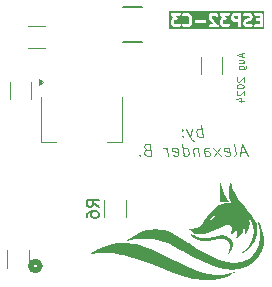
<source format=gbr>
%TF.GenerationSoftware,KiCad,Pcbnew,8.0.4*%
%TF.CreationDate,2024-07-30T16:46:50-04:00*%
%TF.ProjectId,esp32-c3-wroom-socket,65737033-322d-4633-932d-77726f6f6d2d,rev?*%
%TF.SameCoordinates,Original*%
%TF.FileFunction,Legend,Bot*%
%TF.FilePolarity,Positive*%
%FSLAX46Y46*%
G04 Gerber Fmt 4.6, Leading zero omitted, Abs format (unit mm)*
G04 Created by KiCad (PCBNEW 8.0.4) date 2024-07-30 16:46:50*
%MOMM*%
%LPD*%
G01*
G04 APERTURE LIST*
%ADD10C,0.100000*%
%ADD11C,0.250000*%
%ADD12C,0.150000*%
%ADD13C,0.000000*%
%ADD14C,0.120000*%
%ADD15C,0.152400*%
%ADD16C,0.508000*%
G04 APERTURE END LIST*
D10*
X165949942Y-61780074D02*
X165949942Y-62065789D01*
X166121371Y-61722931D02*
X165521371Y-61922931D01*
X165521371Y-61922931D02*
X166121371Y-62122931D01*
X165721371Y-62580075D02*
X166121371Y-62580075D01*
X165721371Y-62322932D02*
X166035657Y-62322932D01*
X166035657Y-62322932D02*
X166092800Y-62351503D01*
X166092800Y-62351503D02*
X166121371Y-62408646D01*
X166121371Y-62408646D02*
X166121371Y-62494360D01*
X166121371Y-62494360D02*
X166092800Y-62551503D01*
X166092800Y-62551503D02*
X166064228Y-62580075D01*
X165721371Y-63122932D02*
X166207085Y-63122932D01*
X166207085Y-63122932D02*
X166264228Y-63094360D01*
X166264228Y-63094360D02*
X166292800Y-63065789D01*
X166292800Y-63065789D02*
X166321371Y-63008646D01*
X166321371Y-63008646D02*
X166321371Y-62922932D01*
X166321371Y-62922932D02*
X166292800Y-62865789D01*
X166092800Y-63122932D02*
X166121371Y-63065789D01*
X166121371Y-63065789D02*
X166121371Y-62951503D01*
X166121371Y-62951503D02*
X166092800Y-62894360D01*
X166092800Y-62894360D02*
X166064228Y-62865789D01*
X166064228Y-62865789D02*
X166007085Y-62837217D01*
X166007085Y-62837217D02*
X165835657Y-62837217D01*
X165835657Y-62837217D02*
X165778514Y-62865789D01*
X165778514Y-62865789D02*
X165749942Y-62894360D01*
X165749942Y-62894360D02*
X165721371Y-62951503D01*
X165721371Y-62951503D02*
X165721371Y-63065789D01*
X165721371Y-63065789D02*
X165749942Y-63122932D01*
X165578514Y-63837217D02*
X165549942Y-63865789D01*
X165549942Y-63865789D02*
X165521371Y-63922932D01*
X165521371Y-63922932D02*
X165521371Y-64065789D01*
X165521371Y-64065789D02*
X165549942Y-64122932D01*
X165549942Y-64122932D02*
X165578514Y-64151503D01*
X165578514Y-64151503D02*
X165635657Y-64180074D01*
X165635657Y-64180074D02*
X165692800Y-64180074D01*
X165692800Y-64180074D02*
X165778514Y-64151503D01*
X165778514Y-64151503D02*
X166121371Y-63808646D01*
X166121371Y-63808646D02*
X166121371Y-64180074D01*
X165521371Y-64551503D02*
X165521371Y-64608646D01*
X165521371Y-64608646D02*
X165549942Y-64665789D01*
X165549942Y-64665789D02*
X165578514Y-64694361D01*
X165578514Y-64694361D02*
X165635657Y-64722932D01*
X165635657Y-64722932D02*
X165749942Y-64751503D01*
X165749942Y-64751503D02*
X165892800Y-64751503D01*
X165892800Y-64751503D02*
X166007085Y-64722932D01*
X166007085Y-64722932D02*
X166064228Y-64694361D01*
X166064228Y-64694361D02*
X166092800Y-64665789D01*
X166092800Y-64665789D02*
X166121371Y-64608646D01*
X166121371Y-64608646D02*
X166121371Y-64551503D01*
X166121371Y-64551503D02*
X166092800Y-64494361D01*
X166092800Y-64494361D02*
X166064228Y-64465789D01*
X166064228Y-64465789D02*
X166007085Y-64437218D01*
X166007085Y-64437218D02*
X165892800Y-64408646D01*
X165892800Y-64408646D02*
X165749942Y-64408646D01*
X165749942Y-64408646D02*
X165635657Y-64437218D01*
X165635657Y-64437218D02*
X165578514Y-64465789D01*
X165578514Y-64465789D02*
X165549942Y-64494361D01*
X165549942Y-64494361D02*
X165521371Y-64551503D01*
X165578514Y-64980075D02*
X165549942Y-65008647D01*
X165549942Y-65008647D02*
X165521371Y-65065790D01*
X165521371Y-65065790D02*
X165521371Y-65208647D01*
X165521371Y-65208647D02*
X165549942Y-65265790D01*
X165549942Y-65265790D02*
X165578514Y-65294361D01*
X165578514Y-65294361D02*
X165635657Y-65322932D01*
X165635657Y-65322932D02*
X165692800Y-65322932D01*
X165692800Y-65322932D02*
X165778514Y-65294361D01*
X165778514Y-65294361D02*
X166121371Y-64951504D01*
X166121371Y-64951504D02*
X166121371Y-65322932D01*
X165721371Y-65837219D02*
X166121371Y-65837219D01*
X165492800Y-65694361D02*
X165921371Y-65551504D01*
X165921371Y-65551504D02*
X165921371Y-65922933D01*
X162639285Y-68852447D02*
X162514285Y-67852447D01*
X162561904Y-68233399D02*
X162460713Y-68185780D01*
X162460713Y-68185780D02*
X162270237Y-68185780D01*
X162270237Y-68185780D02*
X162180951Y-68233399D01*
X162180951Y-68233399D02*
X162139285Y-68281018D01*
X162139285Y-68281018D02*
X162103570Y-68376256D01*
X162103570Y-68376256D02*
X162139285Y-68661970D01*
X162139285Y-68661970D02*
X162198808Y-68757208D01*
X162198808Y-68757208D02*
X162252380Y-68804828D01*
X162252380Y-68804828D02*
X162353570Y-68852447D01*
X162353570Y-68852447D02*
X162544047Y-68852447D01*
X162544047Y-68852447D02*
X162633332Y-68804828D01*
X161746427Y-68185780D02*
X161591666Y-68852447D01*
X161270237Y-68185780D02*
X161591666Y-68852447D01*
X161591666Y-68852447D02*
X161716666Y-69090542D01*
X161716666Y-69090542D02*
X161770237Y-69138161D01*
X161770237Y-69138161D02*
X161871427Y-69185780D01*
X160960713Y-68757208D02*
X160919046Y-68804828D01*
X160919046Y-68804828D02*
X160972618Y-68852447D01*
X160972618Y-68852447D02*
X161014284Y-68804828D01*
X161014284Y-68804828D02*
X160960713Y-68757208D01*
X160960713Y-68757208D02*
X160972618Y-68852447D01*
X160895237Y-68233399D02*
X160853570Y-68281018D01*
X160853570Y-68281018D02*
X160907141Y-68328637D01*
X160907141Y-68328637D02*
X160948808Y-68281018D01*
X160948808Y-68281018D02*
X160895237Y-68233399D01*
X160895237Y-68233399D02*
X160907141Y-68328637D01*
X166317857Y-70176676D02*
X165841667Y-70176676D01*
X166448810Y-70462391D02*
X165990476Y-69462391D01*
X165990476Y-69462391D02*
X165782143Y-70462391D01*
X165305953Y-70462391D02*
X165395238Y-70414772D01*
X165395238Y-70414772D02*
X165430953Y-70319533D01*
X165430953Y-70319533D02*
X165323810Y-69462391D01*
X164538095Y-70414772D02*
X164639285Y-70462391D01*
X164639285Y-70462391D02*
X164829762Y-70462391D01*
X164829762Y-70462391D02*
X164919047Y-70414772D01*
X164919047Y-70414772D02*
X164954762Y-70319533D01*
X164954762Y-70319533D02*
X164907143Y-69938581D01*
X164907143Y-69938581D02*
X164847619Y-69843343D01*
X164847619Y-69843343D02*
X164746428Y-69795724D01*
X164746428Y-69795724D02*
X164555952Y-69795724D01*
X164555952Y-69795724D02*
X164466666Y-69843343D01*
X164466666Y-69843343D02*
X164430952Y-69938581D01*
X164430952Y-69938581D02*
X164442857Y-70033819D01*
X164442857Y-70033819D02*
X164930952Y-70129057D01*
X164163095Y-70462391D02*
X163555952Y-69795724D01*
X164079761Y-69795724D02*
X163639285Y-70462391D01*
X162829761Y-70462391D02*
X162764285Y-69938581D01*
X162764285Y-69938581D02*
X162799999Y-69843343D01*
X162799999Y-69843343D02*
X162889285Y-69795724D01*
X162889285Y-69795724D02*
X163079761Y-69795724D01*
X163079761Y-69795724D02*
X163180952Y-69843343D01*
X162823809Y-70414772D02*
X162924999Y-70462391D01*
X162924999Y-70462391D02*
X163163095Y-70462391D01*
X163163095Y-70462391D02*
X163252380Y-70414772D01*
X163252380Y-70414772D02*
X163288095Y-70319533D01*
X163288095Y-70319533D02*
X163276190Y-70224295D01*
X163276190Y-70224295D02*
X163216666Y-70129057D01*
X163216666Y-70129057D02*
X163115476Y-70081438D01*
X163115476Y-70081438D02*
X162877380Y-70081438D01*
X162877380Y-70081438D02*
X162776190Y-70033819D01*
X162270237Y-69795724D02*
X162353571Y-70462391D01*
X162282142Y-69890962D02*
X162228571Y-69843343D01*
X162228571Y-69843343D02*
X162127380Y-69795724D01*
X162127380Y-69795724D02*
X161984523Y-69795724D01*
X161984523Y-69795724D02*
X161895237Y-69843343D01*
X161895237Y-69843343D02*
X161859523Y-69938581D01*
X161859523Y-69938581D02*
X161924999Y-70462391D01*
X161020237Y-70462391D02*
X160895237Y-69462391D01*
X161014285Y-70414772D02*
X161115475Y-70462391D01*
X161115475Y-70462391D02*
X161305952Y-70462391D01*
X161305952Y-70462391D02*
X161395237Y-70414772D01*
X161395237Y-70414772D02*
X161436904Y-70367152D01*
X161436904Y-70367152D02*
X161472618Y-70271914D01*
X161472618Y-70271914D02*
X161436904Y-69986200D01*
X161436904Y-69986200D02*
X161377380Y-69890962D01*
X161377380Y-69890962D02*
X161323809Y-69843343D01*
X161323809Y-69843343D02*
X161222618Y-69795724D01*
X161222618Y-69795724D02*
X161032142Y-69795724D01*
X161032142Y-69795724D02*
X160942856Y-69843343D01*
X160157142Y-70414772D02*
X160258332Y-70462391D01*
X160258332Y-70462391D02*
X160448809Y-70462391D01*
X160448809Y-70462391D02*
X160538094Y-70414772D01*
X160538094Y-70414772D02*
X160573809Y-70319533D01*
X160573809Y-70319533D02*
X160526190Y-69938581D01*
X160526190Y-69938581D02*
X160466666Y-69843343D01*
X160466666Y-69843343D02*
X160365475Y-69795724D01*
X160365475Y-69795724D02*
X160174999Y-69795724D01*
X160174999Y-69795724D02*
X160085713Y-69843343D01*
X160085713Y-69843343D02*
X160049999Y-69938581D01*
X160049999Y-69938581D02*
X160061904Y-70033819D01*
X160061904Y-70033819D02*
X160549999Y-70129057D01*
X159686904Y-70462391D02*
X159603570Y-69795724D01*
X159627380Y-69986200D02*
X159567856Y-69890962D01*
X159567856Y-69890962D02*
X159514285Y-69843343D01*
X159514285Y-69843343D02*
X159413094Y-69795724D01*
X159413094Y-69795724D02*
X159317856Y-69795724D01*
X157907141Y-69938581D02*
X157770236Y-69986200D01*
X157770236Y-69986200D02*
X157728570Y-70033819D01*
X157728570Y-70033819D02*
X157692855Y-70129057D01*
X157692855Y-70129057D02*
X157710713Y-70271914D01*
X157710713Y-70271914D02*
X157770236Y-70367152D01*
X157770236Y-70367152D02*
X157823808Y-70414772D01*
X157823808Y-70414772D02*
X157924998Y-70462391D01*
X157924998Y-70462391D02*
X158305951Y-70462391D01*
X158305951Y-70462391D02*
X158180951Y-69462391D01*
X158180951Y-69462391D02*
X157847617Y-69462391D01*
X157847617Y-69462391D02*
X157758332Y-69510010D01*
X157758332Y-69510010D02*
X157716665Y-69557629D01*
X157716665Y-69557629D02*
X157680951Y-69652867D01*
X157680951Y-69652867D02*
X157692855Y-69748105D01*
X157692855Y-69748105D02*
X157752379Y-69843343D01*
X157752379Y-69843343D02*
X157805951Y-69890962D01*
X157805951Y-69890962D02*
X157907141Y-69938581D01*
X157907141Y-69938581D02*
X158240474Y-69938581D01*
X157294046Y-70367152D02*
X157252379Y-70414772D01*
X157252379Y-70414772D02*
X157305951Y-70462391D01*
X157305951Y-70462391D02*
X157347617Y-70414772D01*
X157347617Y-70414772D02*
X157294046Y-70367152D01*
X157294046Y-70367152D02*
X157305951Y-70462391D01*
D11*
G36*
X165615288Y-58863428D02*
G01*
X165388845Y-58863428D01*
X165338143Y-58838077D01*
X165319210Y-58819145D01*
X165293860Y-58768444D01*
X165293860Y-58684603D01*
X165319210Y-58633901D01*
X165338143Y-58614969D01*
X165388845Y-58589619D01*
X165615288Y-58589619D01*
X165615288Y-58863428D01*
G37*
G36*
X167847431Y-59714619D02*
G01*
X159823622Y-59714619D01*
X159823622Y-59036047D01*
X159948622Y-59036047D01*
X159948622Y-59274142D01*
X159951024Y-59298528D01*
X159952742Y-59302676D01*
X159953061Y-59307158D01*
X159961819Y-59330044D01*
X160009437Y-59425281D01*
X160016044Y-59435777D01*
X160017307Y-59438825D01*
X160020124Y-59442258D01*
X160022492Y-59446019D01*
X160024986Y-59448182D01*
X160032852Y-59457767D01*
X160080471Y-59505387D01*
X160090059Y-59513256D01*
X160092221Y-59515749D01*
X160095975Y-59518112D01*
X160099412Y-59520933D01*
X160102465Y-59522197D01*
X160112958Y-59528803D01*
X160208196Y-59576422D01*
X160231082Y-59585180D01*
X160235562Y-59585498D01*
X160239712Y-59587217D01*
X160264098Y-59589619D01*
X160549812Y-59589619D01*
X160574198Y-59587217D01*
X160578346Y-59585498D01*
X160582828Y-59585180D01*
X160605714Y-59576422D01*
X160700951Y-59528804D01*
X160711447Y-59522196D01*
X160714497Y-59520933D01*
X160717930Y-59518114D01*
X160721689Y-59515749D01*
X160723851Y-59513255D01*
X160733439Y-59505387D01*
X160781058Y-59457768D01*
X160796603Y-59438825D01*
X160815267Y-59393766D01*
X160815267Y-59344992D01*
X160796602Y-59299933D01*
X160762114Y-59265446D01*
X160717054Y-59246782D01*
X160668281Y-59246782D01*
X160623221Y-59265447D01*
X160604280Y-59280993D01*
X160571005Y-59314268D01*
X160520304Y-59339619D01*
X160293607Y-59339619D01*
X160242905Y-59314268D01*
X160223973Y-59295336D01*
X160198622Y-59244634D01*
X160198622Y-59065555D01*
X160223972Y-59014853D01*
X160242905Y-58995921D01*
X160293607Y-58970571D01*
X160406955Y-58970571D01*
X160419848Y-58969301D01*
X160423133Y-58969520D01*
X160425396Y-58968754D01*
X160431341Y-58968169D01*
X160450095Y-58960400D01*
X160469334Y-58953894D01*
X160472506Y-58951118D01*
X160476401Y-58949505D01*
X160490758Y-58935147D01*
X160506039Y-58921777D01*
X160507907Y-58917998D01*
X160510889Y-58915017D01*
X160518656Y-58896264D01*
X160527660Y-58878059D01*
X160527940Y-58873849D01*
X160529553Y-58869957D01*
X160529553Y-58849660D01*
X160530904Y-58829393D01*
X160529553Y-58825398D01*
X160529553Y-58821185D01*
X160521784Y-58802430D01*
X160515278Y-58783192D01*
X160511802Y-58778330D01*
X160510889Y-58776125D01*
X160508562Y-58773798D01*
X160501027Y-58763258D01*
X160349093Y-58589619D01*
X160692669Y-58589619D01*
X160717055Y-58587217D01*
X160762115Y-58568553D01*
X160795198Y-58535470D01*
X160903405Y-58535470D01*
X160903405Y-58584244D01*
X160922070Y-58629303D01*
X160956557Y-58663790D01*
X161001616Y-58682455D01*
X161050390Y-58682455D01*
X161095449Y-58663790D01*
X161114391Y-58648245D01*
X161141145Y-58621491D01*
X161236765Y-58589619D01*
X161291434Y-58589619D01*
X161387051Y-58621491D01*
X161447079Y-58681519D01*
X161479490Y-58746342D01*
X161520050Y-58908579D01*
X161520050Y-59020658D01*
X161479490Y-59182894D01*
X161447080Y-59247715D01*
X161387050Y-59307746D01*
X161291434Y-59339619D01*
X161236765Y-59339619D01*
X161141145Y-59307746D01*
X161114392Y-59280993D01*
X161095450Y-59265447D01*
X161050391Y-59246782D01*
X161001618Y-59246782D01*
X160956558Y-59265446D01*
X160922070Y-59299933D01*
X160903405Y-59344992D01*
X160903405Y-59393765D01*
X160922069Y-59438825D01*
X160937614Y-59457767D01*
X160985233Y-59505387D01*
X161004174Y-59520933D01*
X161008327Y-59522653D01*
X161011719Y-59525595D01*
X161034094Y-59535585D01*
X161176950Y-59583204D01*
X161189043Y-59585953D01*
X161192093Y-59587217D01*
X161196514Y-59587652D01*
X161200844Y-59588637D01*
X161204135Y-59588403D01*
X161216479Y-59589619D01*
X161311717Y-59589619D01*
X161324060Y-59588403D01*
X161327351Y-59588637D01*
X161331680Y-59587652D01*
X161336103Y-59587217D01*
X161339154Y-59585953D01*
X161351245Y-59583204D01*
X161494102Y-59535586D01*
X161516477Y-59525595D01*
X161519869Y-59522652D01*
X161524021Y-59520933D01*
X161542963Y-59505388D01*
X161638201Y-59410149D01*
X161646069Y-59400560D01*
X161648561Y-59398400D01*
X161650925Y-59394643D01*
X161653746Y-59391207D01*
X161655010Y-59388155D01*
X161661615Y-59377663D01*
X161709234Y-59282425D01*
X161709917Y-59280639D01*
X161710454Y-59279915D01*
X161714109Y-59269685D01*
X161717992Y-59259539D01*
X161718055Y-59258639D01*
X161718699Y-59256840D01*
X161766318Y-59066364D01*
X161766943Y-59062134D01*
X161767648Y-59060433D01*
X161767762Y-59059280D01*
X161951024Y-59059280D01*
X161951024Y-59108052D01*
X161969688Y-59153112D01*
X162004176Y-59187600D01*
X162049236Y-59206264D01*
X162073622Y-59208666D01*
X162835526Y-59208666D01*
X162859912Y-59206264D01*
X162904972Y-59187600D01*
X162939460Y-59153112D01*
X162958124Y-59108052D01*
X162958124Y-59059280D01*
X162939460Y-59014220D01*
X162904972Y-58979732D01*
X162859912Y-58961068D01*
X162835526Y-58958666D01*
X162073622Y-58958666D01*
X162049236Y-58961068D01*
X162004176Y-58979732D01*
X161969688Y-59014220D01*
X161951024Y-59059280D01*
X161767762Y-59059280D01*
X161768552Y-59051253D01*
X161769902Y-59042124D01*
X161769630Y-59040301D01*
X161770050Y-59036047D01*
X161770050Y-58893190D01*
X161769630Y-58888935D01*
X161769902Y-58887113D01*
X161768552Y-58877983D01*
X161767648Y-58868804D01*
X161766943Y-58867102D01*
X161766318Y-58862873D01*
X161718699Y-58672397D01*
X161718055Y-58670597D01*
X161717992Y-58669698D01*
X161714109Y-58659551D01*
X161712517Y-58655095D01*
X163139098Y-58655095D01*
X163139098Y-58750333D01*
X163140313Y-58762676D01*
X163140080Y-58765967D01*
X163141064Y-58770296D01*
X163141500Y-58774719D01*
X163142763Y-58777770D01*
X163145513Y-58789861D01*
X163193131Y-58932718D01*
X163203122Y-58955093D01*
X163206065Y-58958486D01*
X163207784Y-58962636D01*
X163223329Y-58981578D01*
X163581369Y-59339619D01*
X163264098Y-59339619D01*
X163239712Y-59342021D01*
X163194652Y-59360685D01*
X163160164Y-59395173D01*
X163141500Y-59440233D01*
X163141500Y-59489005D01*
X163160164Y-59534065D01*
X163194652Y-59568553D01*
X163239712Y-59587217D01*
X163264098Y-59589619D01*
X163883145Y-59589619D01*
X163907531Y-59587217D01*
X163907532Y-59587217D01*
X163920729Y-59581750D01*
X163952591Y-59568553D01*
X163987079Y-59534065D01*
X163998958Y-59505387D01*
X164005743Y-59489006D01*
X164005743Y-59440232D01*
X163999550Y-59425281D01*
X163987079Y-59395173D01*
X163987073Y-59395167D01*
X163971533Y-59376231D01*
X163631350Y-59036047D01*
X164091479Y-59036047D01*
X164091479Y-59274142D01*
X164093881Y-59298528D01*
X164095599Y-59302676D01*
X164095918Y-59307158D01*
X164104676Y-59330044D01*
X164152294Y-59425281D01*
X164158901Y-59435777D01*
X164160164Y-59438825D01*
X164162981Y-59442258D01*
X164165349Y-59446019D01*
X164167843Y-59448182D01*
X164175709Y-59457767D01*
X164223328Y-59505387D01*
X164232916Y-59513256D01*
X164235078Y-59515749D01*
X164238832Y-59518112D01*
X164242269Y-59520933D01*
X164245322Y-59522197D01*
X164255815Y-59528803D01*
X164351053Y-59576422D01*
X164373939Y-59585180D01*
X164378419Y-59585498D01*
X164382569Y-59587217D01*
X164406955Y-59589619D01*
X164692669Y-59589619D01*
X164717055Y-59587217D01*
X164721203Y-59585498D01*
X164725685Y-59585180D01*
X164748571Y-59576422D01*
X164843808Y-59528804D01*
X164854304Y-59522196D01*
X164857354Y-59520933D01*
X164860787Y-59518114D01*
X164864546Y-59515749D01*
X164866708Y-59513255D01*
X164876296Y-59505387D01*
X164923915Y-59457768D01*
X164939460Y-59438825D01*
X164958124Y-59393766D01*
X164958124Y-59344992D01*
X164939459Y-59299933D01*
X164904971Y-59265446D01*
X164859911Y-59246782D01*
X164811138Y-59246782D01*
X164766078Y-59265447D01*
X164747137Y-59280993D01*
X164713862Y-59314268D01*
X164663161Y-59339619D01*
X164436464Y-59339619D01*
X164385762Y-59314268D01*
X164366830Y-59295336D01*
X164341479Y-59244634D01*
X164341479Y-59065555D01*
X164366829Y-59014853D01*
X164385762Y-58995921D01*
X164436464Y-58970571D01*
X164549812Y-58970571D01*
X164562705Y-58969301D01*
X164565990Y-58969520D01*
X164568253Y-58968754D01*
X164574198Y-58968169D01*
X164592952Y-58960400D01*
X164612191Y-58953894D01*
X164615363Y-58951118D01*
X164619258Y-58949505D01*
X164633615Y-58935147D01*
X164648896Y-58921777D01*
X164650764Y-58917998D01*
X164653746Y-58915017D01*
X164661513Y-58896264D01*
X164670517Y-58878059D01*
X164670797Y-58873849D01*
X164672410Y-58869957D01*
X164672410Y-58849660D01*
X164673761Y-58829393D01*
X164672410Y-58825398D01*
X164672410Y-58821185D01*
X164664641Y-58802430D01*
X164658135Y-58783192D01*
X164654659Y-58778330D01*
X164653746Y-58776125D01*
X164651419Y-58773798D01*
X164643884Y-58763258D01*
X164549241Y-58655095D01*
X165043860Y-58655095D01*
X165043860Y-58797952D01*
X165046262Y-58822338D01*
X165047980Y-58826486D01*
X165048299Y-58830968D01*
X165057057Y-58853854D01*
X165104675Y-58949091D01*
X165111284Y-58959589D01*
X165112546Y-58962636D01*
X165115361Y-58966067D01*
X165117730Y-58969829D01*
X165120224Y-58971992D01*
X165128091Y-58981578D01*
X165175709Y-59029197D01*
X165185297Y-59037066D01*
X165187459Y-59039558D01*
X165191216Y-59041923D01*
X165194651Y-59044742D01*
X165197701Y-59046005D01*
X165208196Y-59052612D01*
X165303434Y-59100231D01*
X165326320Y-59108989D01*
X165330800Y-59109307D01*
X165334950Y-59111026D01*
X165359336Y-59113428D01*
X165615288Y-59113428D01*
X165615288Y-59464619D01*
X165617690Y-59489005D01*
X165636354Y-59534065D01*
X165670842Y-59568553D01*
X165715902Y-59587217D01*
X165764674Y-59587217D01*
X165809734Y-59568553D01*
X165844222Y-59534065D01*
X165862886Y-59489005D01*
X165865288Y-59464619D01*
X165865288Y-59178904D01*
X166043860Y-59178904D01*
X166043860Y-59274142D01*
X166046262Y-59298528D01*
X166047980Y-59302676D01*
X166048299Y-59307158D01*
X166057057Y-59330044D01*
X166104675Y-59425281D01*
X166111282Y-59435777D01*
X166112545Y-59438825D01*
X166115362Y-59442258D01*
X166117730Y-59446019D01*
X166120224Y-59448182D01*
X166128090Y-59457767D01*
X166175709Y-59505387D01*
X166185297Y-59513256D01*
X166187459Y-59515749D01*
X166191213Y-59518112D01*
X166194650Y-59520933D01*
X166197703Y-59522197D01*
X166208196Y-59528803D01*
X166303434Y-59576422D01*
X166326320Y-59585180D01*
X166330800Y-59585498D01*
X166334950Y-59587217D01*
X166359336Y-59589619D01*
X166597431Y-59589619D01*
X166609774Y-59588403D01*
X166613065Y-59588637D01*
X166617394Y-59587652D01*
X166621817Y-59587217D01*
X166624868Y-59585953D01*
X166636959Y-59583204D01*
X166779816Y-59535586D01*
X166802191Y-59525595D01*
X166839037Y-59493640D01*
X166860849Y-59450016D01*
X166864306Y-59401366D01*
X166848883Y-59355097D01*
X166816927Y-59318251D01*
X166773303Y-59296439D01*
X166724653Y-59292982D01*
X166700759Y-59298415D01*
X166577148Y-59339619D01*
X166388845Y-59339619D01*
X166338143Y-59314268D01*
X166319211Y-59295336D01*
X166293860Y-59244634D01*
X166293860Y-59208412D01*
X166319210Y-59157710D01*
X166338143Y-59138778D01*
X166402964Y-59106368D01*
X166580129Y-59062077D01*
X166581928Y-59061433D01*
X166582828Y-59061370D01*
X166592974Y-59057487D01*
X166603204Y-59053832D01*
X166603928Y-59053295D01*
X166605714Y-59052612D01*
X166700951Y-59004994D01*
X166711449Y-58998384D01*
X166714496Y-58997123D01*
X166717927Y-58994307D01*
X166721689Y-58991939D01*
X166723852Y-58989444D01*
X166733438Y-58981578D01*
X166781057Y-58933960D01*
X166788926Y-58924371D01*
X166791418Y-58922210D01*
X166793783Y-58918452D01*
X166796602Y-58915018D01*
X166797865Y-58911967D01*
X166804472Y-58901473D01*
X166852091Y-58806235D01*
X166860849Y-58783349D01*
X166861167Y-58778868D01*
X166862886Y-58774719D01*
X166865288Y-58750333D01*
X166865288Y-58655095D01*
X166862886Y-58630709D01*
X166861167Y-58626559D01*
X166860849Y-58622079D01*
X166852091Y-58599193D01*
X166804472Y-58503955D01*
X166797865Y-58493460D01*
X166796602Y-58490410D01*
X166793783Y-58486975D01*
X166791418Y-58483218D01*
X166788926Y-58481056D01*
X166781057Y-58471468D01*
X166749821Y-58440233D01*
X166998643Y-58440233D01*
X166998643Y-58489005D01*
X167017307Y-58534065D01*
X167051795Y-58568553D01*
X167096855Y-58587217D01*
X167121241Y-58589619D01*
X167472431Y-58589619D01*
X167472431Y-58815809D01*
X167264098Y-58815809D01*
X167239712Y-58818211D01*
X167194652Y-58836875D01*
X167160164Y-58871363D01*
X167141500Y-58916423D01*
X167141500Y-58965195D01*
X167160164Y-59010255D01*
X167194652Y-59044743D01*
X167239712Y-59063407D01*
X167264098Y-59065809D01*
X167472431Y-59065809D01*
X167472431Y-59339619D01*
X167121241Y-59339619D01*
X167096855Y-59342021D01*
X167051795Y-59360685D01*
X167017307Y-59395173D01*
X166998643Y-59440233D01*
X166998643Y-59489005D01*
X167017307Y-59534065D01*
X167051795Y-59568553D01*
X167096855Y-59587217D01*
X167121241Y-59589619D01*
X167597431Y-59589619D01*
X167621817Y-59587217D01*
X167666877Y-59568553D01*
X167701365Y-59534065D01*
X167720029Y-59489005D01*
X167722431Y-59464619D01*
X167722431Y-58464619D01*
X167720029Y-58440233D01*
X167701365Y-58395173D01*
X167666877Y-58360685D01*
X167621817Y-58342021D01*
X167597431Y-58339619D01*
X167121241Y-58339619D01*
X167096855Y-58342021D01*
X167051795Y-58360685D01*
X167017307Y-58395173D01*
X166998643Y-58440233D01*
X166749821Y-58440233D01*
X166733438Y-58423850D01*
X166723852Y-58415983D01*
X166721689Y-58413489D01*
X166717927Y-58411120D01*
X166714496Y-58408305D01*
X166711449Y-58407043D01*
X166700951Y-58400434D01*
X166605714Y-58352816D01*
X166582828Y-58344058D01*
X166578346Y-58343739D01*
X166574198Y-58342021D01*
X166549812Y-58339619D01*
X166311717Y-58339619D01*
X166299373Y-58340834D01*
X166296082Y-58340601D01*
X166291752Y-58341585D01*
X166287331Y-58342021D01*
X166284281Y-58343284D01*
X166272188Y-58346034D01*
X166129332Y-58393653D01*
X166106957Y-58403643D01*
X166070111Y-58435598D01*
X166048299Y-58479223D01*
X166044842Y-58527872D01*
X166060265Y-58574141D01*
X166092220Y-58610987D01*
X166135845Y-58632799D01*
X166184494Y-58636256D01*
X166208388Y-58630823D01*
X166332003Y-58589619D01*
X166520304Y-58589619D01*
X166571005Y-58614969D01*
X166589937Y-58633902D01*
X166615288Y-58684603D01*
X166615288Y-58720824D01*
X166589937Y-58771525D01*
X166571005Y-58790458D01*
X166506185Y-58822868D01*
X166329019Y-58867160D01*
X166327219Y-58867803D01*
X166326320Y-58867867D01*
X166316173Y-58871749D01*
X166305944Y-58875405D01*
X166305219Y-58875941D01*
X166303434Y-58876625D01*
X166208196Y-58924244D01*
X166197701Y-58930850D01*
X166194651Y-58932114D01*
X166191216Y-58934932D01*
X166187459Y-58937298D01*
X166185297Y-58939789D01*
X166175709Y-58947659D01*
X166128091Y-58995278D01*
X166120224Y-59004863D01*
X166117730Y-59007027D01*
X166115361Y-59010788D01*
X166112546Y-59014220D01*
X166111284Y-59017266D01*
X166104675Y-59027765D01*
X166057057Y-59123002D01*
X166048299Y-59145888D01*
X166047980Y-59150369D01*
X166046262Y-59154518D01*
X166043860Y-59178904D01*
X165865288Y-59178904D01*
X165865288Y-58464619D01*
X165862886Y-58440233D01*
X165844222Y-58395173D01*
X165809734Y-58360685D01*
X165764674Y-58342021D01*
X165740288Y-58339619D01*
X165359336Y-58339619D01*
X165334950Y-58342021D01*
X165330800Y-58343739D01*
X165326320Y-58344058D01*
X165303434Y-58352816D01*
X165208196Y-58400435D01*
X165197701Y-58407041D01*
X165194651Y-58408305D01*
X165191216Y-58411123D01*
X165187459Y-58413489D01*
X165185297Y-58415980D01*
X165175709Y-58423850D01*
X165128091Y-58471469D01*
X165120224Y-58481054D01*
X165117730Y-58483218D01*
X165115361Y-58486979D01*
X165112546Y-58490411D01*
X165111284Y-58493457D01*
X165104675Y-58503956D01*
X165057057Y-58599193D01*
X165048299Y-58622079D01*
X165047980Y-58626560D01*
X165046262Y-58630709D01*
X165043860Y-58655095D01*
X164549241Y-58655095D01*
X164491950Y-58589619D01*
X164835526Y-58589619D01*
X164859912Y-58587217D01*
X164904972Y-58568553D01*
X164939460Y-58534065D01*
X164958124Y-58489005D01*
X164958124Y-58440233D01*
X164939460Y-58395173D01*
X164904972Y-58360685D01*
X164859912Y-58342021D01*
X164835526Y-58339619D01*
X164216479Y-58339619D01*
X164203585Y-58340889D01*
X164200301Y-58340670D01*
X164198037Y-58341435D01*
X164192093Y-58342021D01*
X164173338Y-58349789D01*
X164154100Y-58356296D01*
X164150927Y-58359071D01*
X164147033Y-58360685D01*
X164132675Y-58375042D01*
X164117395Y-58388413D01*
X164115526Y-58392191D01*
X164112545Y-58395173D01*
X164104774Y-58413932D01*
X164095775Y-58432131D01*
X164095494Y-58436337D01*
X164093881Y-58440233D01*
X164093881Y-58460535D01*
X164092530Y-58480797D01*
X164093881Y-58484791D01*
X164093881Y-58489005D01*
X164101649Y-58507759D01*
X164108156Y-58526998D01*
X164111631Y-58531859D01*
X164112545Y-58534065D01*
X164114871Y-58536391D01*
X164122407Y-58546932D01*
X164305721Y-58756433D01*
X164255815Y-58781387D01*
X164245320Y-58787993D01*
X164242270Y-58789257D01*
X164238835Y-58792075D01*
X164235078Y-58794441D01*
X164232916Y-58796932D01*
X164223328Y-58804802D01*
X164175710Y-58852421D01*
X164167843Y-58862006D01*
X164165349Y-58864170D01*
X164162980Y-58867931D01*
X164160165Y-58871363D01*
X164158903Y-58874409D01*
X164152294Y-58884908D01*
X164104676Y-58980145D01*
X164095918Y-59003031D01*
X164095599Y-59007512D01*
X164093881Y-59011661D01*
X164091479Y-59036047D01*
X163631350Y-59036047D01*
X163420970Y-58825667D01*
X163389098Y-58730049D01*
X163389098Y-58684603D01*
X163414448Y-58633901D01*
X163433381Y-58614969D01*
X163484083Y-58589619D01*
X163663161Y-58589619D01*
X163713862Y-58614969D01*
X163747137Y-58648245D01*
X163766079Y-58663790D01*
X163811139Y-58682455D01*
X163859912Y-58682455D01*
X163904972Y-58663790D01*
X163939459Y-58629303D01*
X163958124Y-58584243D01*
X163958124Y-58535470D01*
X163939459Y-58490410D01*
X163923914Y-58471468D01*
X163876295Y-58423850D01*
X163866709Y-58415983D01*
X163864546Y-58413489D01*
X163860784Y-58411120D01*
X163857353Y-58408305D01*
X163854306Y-58407043D01*
X163843808Y-58400434D01*
X163748571Y-58352816D01*
X163725685Y-58344058D01*
X163721203Y-58343739D01*
X163717055Y-58342021D01*
X163692669Y-58339619D01*
X163454574Y-58339619D01*
X163430188Y-58342021D01*
X163426038Y-58343739D01*
X163421558Y-58344058D01*
X163398672Y-58352816D01*
X163303434Y-58400435D01*
X163292939Y-58407041D01*
X163289889Y-58408305D01*
X163286454Y-58411123D01*
X163282697Y-58413489D01*
X163280535Y-58415980D01*
X163270947Y-58423850D01*
X163223329Y-58471469D01*
X163215462Y-58481054D01*
X163212968Y-58483218D01*
X163210599Y-58486979D01*
X163207784Y-58490411D01*
X163206522Y-58493457D01*
X163199913Y-58503956D01*
X163152295Y-58599193D01*
X163143537Y-58622079D01*
X163143218Y-58626560D01*
X163141500Y-58630709D01*
X163139098Y-58655095D01*
X161712517Y-58655095D01*
X161710454Y-58649322D01*
X161709917Y-58648597D01*
X161709234Y-58646812D01*
X161661615Y-58551574D01*
X161655007Y-58541077D01*
X161653745Y-58538030D01*
X161650928Y-58534598D01*
X161648561Y-58530837D01*
X161646066Y-58528673D01*
X161638200Y-58519088D01*
X161542962Y-58423850D01*
X161524020Y-58408305D01*
X161519870Y-58406586D01*
X161516477Y-58403643D01*
X161494102Y-58393652D01*
X161351245Y-58346034D01*
X161339154Y-58343284D01*
X161336103Y-58342021D01*
X161331680Y-58341585D01*
X161327351Y-58340601D01*
X161324060Y-58340834D01*
X161311717Y-58339619D01*
X161216479Y-58339619D01*
X161204135Y-58340834D01*
X161200844Y-58340601D01*
X161196514Y-58341585D01*
X161192093Y-58342021D01*
X161189043Y-58343284D01*
X161176950Y-58346034D01*
X161034094Y-58393653D01*
X161011719Y-58403643D01*
X161008326Y-58406585D01*
X161004175Y-58408305D01*
X160985233Y-58423850D01*
X160937615Y-58471469D01*
X160922070Y-58490411D01*
X160903405Y-58535470D01*
X160795198Y-58535470D01*
X160796603Y-58534065D01*
X160815267Y-58489005D01*
X160815267Y-58440233D01*
X160796603Y-58395173D01*
X160762115Y-58360685D01*
X160717055Y-58342021D01*
X160692669Y-58339619D01*
X160073622Y-58339619D01*
X160060728Y-58340889D01*
X160057444Y-58340670D01*
X160055180Y-58341435D01*
X160049236Y-58342021D01*
X160030481Y-58349789D01*
X160011243Y-58356296D01*
X160008070Y-58359071D01*
X160004176Y-58360685D01*
X159989818Y-58375042D01*
X159974538Y-58388413D01*
X159972669Y-58392191D01*
X159969688Y-58395173D01*
X159961917Y-58413932D01*
X159952918Y-58432131D01*
X159952637Y-58436337D01*
X159951024Y-58440233D01*
X159951024Y-58460535D01*
X159949673Y-58480797D01*
X159951024Y-58484791D01*
X159951024Y-58489005D01*
X159958792Y-58507759D01*
X159965299Y-58526998D01*
X159968774Y-58531859D01*
X159969688Y-58534065D01*
X159972014Y-58536391D01*
X159979550Y-58546932D01*
X160162864Y-58756433D01*
X160112958Y-58781387D01*
X160102463Y-58787993D01*
X160099413Y-58789257D01*
X160095978Y-58792075D01*
X160092221Y-58794441D01*
X160090059Y-58796932D01*
X160080471Y-58804802D01*
X160032853Y-58852421D01*
X160024986Y-58862006D01*
X160022492Y-58864170D01*
X160020123Y-58867931D01*
X160017308Y-58871363D01*
X160016046Y-58874409D01*
X160009437Y-58884908D01*
X159961819Y-58980145D01*
X159953061Y-59003031D01*
X159952742Y-59007512D01*
X159951024Y-59011661D01*
X159948622Y-59036047D01*
X159823622Y-59036047D01*
X159823622Y-58214619D01*
X167847431Y-58214619D01*
X167847431Y-59714619D01*
G37*
D12*
X153834819Y-74783333D02*
X153358628Y-74450000D01*
X153834819Y-74211905D02*
X152834819Y-74211905D01*
X152834819Y-74211905D02*
X152834819Y-74592857D01*
X152834819Y-74592857D02*
X152882438Y-74688095D01*
X152882438Y-74688095D02*
X152930057Y-74735714D01*
X152930057Y-74735714D02*
X153025295Y-74783333D01*
X153025295Y-74783333D02*
X153168152Y-74783333D01*
X153168152Y-74783333D02*
X153263390Y-74735714D01*
X153263390Y-74735714D02*
X153311009Y-74688095D01*
X153311009Y-74688095D02*
X153358628Y-74592857D01*
X153358628Y-74592857D02*
X153358628Y-74211905D01*
X152834819Y-75640476D02*
X152834819Y-75450000D01*
X152834819Y-75450000D02*
X152882438Y-75354762D01*
X152882438Y-75354762D02*
X152930057Y-75307143D01*
X152930057Y-75307143D02*
X153072914Y-75211905D01*
X153072914Y-75211905D02*
X153263390Y-75164286D01*
X153263390Y-75164286D02*
X153644342Y-75164286D01*
X153644342Y-75164286D02*
X153739580Y-75211905D01*
X153739580Y-75211905D02*
X153787200Y-75259524D01*
X153787200Y-75259524D02*
X153834819Y-75354762D01*
X153834819Y-75354762D02*
X153834819Y-75545238D01*
X153834819Y-75545238D02*
X153787200Y-75640476D01*
X153787200Y-75640476D02*
X153739580Y-75688095D01*
X153739580Y-75688095D02*
X153644342Y-75735714D01*
X153644342Y-75735714D02*
X153406247Y-75735714D01*
X153406247Y-75735714D02*
X153311009Y-75688095D01*
X153311009Y-75688095D02*
X153263390Y-75640476D01*
X153263390Y-75640476D02*
X153215771Y-75545238D01*
X153215771Y-75545238D02*
X153215771Y-75354762D01*
X153215771Y-75354762D02*
X153263390Y-75259524D01*
X153263390Y-75259524D02*
X153311009Y-75211905D01*
X153311009Y-75211905D02*
X153406247Y-75164286D01*
D13*
%TO.C,G\u002A\u002A\u002A*%
G36*
X156824104Y-77938716D02*
G01*
X156973697Y-77969041D01*
X157307893Y-78051328D01*
X157658767Y-78159144D01*
X158039428Y-78297764D01*
X158462984Y-78472463D01*
X158942542Y-78688515D01*
X159491212Y-78951193D01*
X160122101Y-79265774D01*
X160375783Y-79393769D01*
X160932057Y-79670373D01*
X161408967Y-79899444D01*
X161819301Y-80085280D01*
X162175843Y-80232183D01*
X162491382Y-80344451D01*
X162778702Y-80426385D01*
X163050591Y-80482285D01*
X163319835Y-80516451D01*
X163599220Y-80533182D01*
X163901532Y-80536780D01*
X164008736Y-80535703D01*
X164368882Y-80520103D01*
X164663761Y-80483348D01*
X164928960Y-80421444D01*
X164953715Y-80414340D01*
X165140991Y-80364298D01*
X165278362Y-80333932D01*
X165337610Y-80329586D01*
X165312187Y-80360974D01*
X165206823Y-80424819D01*
X165043316Y-80508932D01*
X164845100Y-80602307D01*
X164635610Y-80693936D01*
X164438283Y-80772815D01*
X164276552Y-80827934D01*
X164136305Y-80864944D01*
X163867108Y-80923955D01*
X163612913Y-80967752D01*
X163393123Y-80988182D01*
X163016347Y-80995041D01*
X162595636Y-80977783D01*
X162168371Y-80938227D01*
X161771928Y-80878191D01*
X161589195Y-80840673D01*
X161245133Y-80754062D01*
X160869864Y-80638501D01*
X160446623Y-80488235D01*
X159958645Y-80297514D01*
X159389164Y-80060583D01*
X158555216Y-79719804D01*
X157629391Y-79377410D01*
X156766340Y-79098797D01*
X155973638Y-78886382D01*
X155258862Y-78742582D01*
X155229417Y-78738004D01*
X154934975Y-78705592D01*
X154592481Y-78686237D01*
X154233620Y-78679979D01*
X153890075Y-78686858D01*
X153593529Y-78706915D01*
X153375667Y-78740189D01*
X153277967Y-78761789D01*
X153145044Y-78784490D01*
X153084473Y-78784838D01*
X153099846Y-78756656D01*
X153193720Y-78688432D01*
X153351225Y-78594268D01*
X153551442Y-78485444D01*
X153773452Y-78373239D01*
X153996336Y-78268934D01*
X154199173Y-78183806D01*
X154683682Y-78025058D01*
X155393185Y-77888445D01*
X156110902Y-77859268D01*
X156824104Y-77938716D01*
G37*
G36*
X167318438Y-75969316D02*
G01*
X167377088Y-76049193D01*
X167460917Y-76196488D01*
X167562597Y-76403696D01*
X167608590Y-76508211D01*
X167775479Y-77033748D01*
X167837052Y-77548952D01*
X167798180Y-78044134D01*
X167663735Y-78509605D01*
X167438587Y-78935675D01*
X167127607Y-79312655D01*
X166735668Y-79630855D01*
X166267640Y-79880586D01*
X165728395Y-80052158D01*
X165656358Y-80067087D01*
X165165643Y-80109580D01*
X164610479Y-80064085D01*
X163992990Y-79931273D01*
X163315301Y-79711815D01*
X162579537Y-79406384D01*
X161787822Y-79015648D01*
X160942279Y-78540280D01*
X160738935Y-78421188D01*
X160273265Y-78164384D01*
X159852925Y-77959732D01*
X159449045Y-77793823D01*
X159032757Y-77653246D01*
X158870701Y-77605361D01*
X158685579Y-77559200D01*
X158505403Y-77529039D01*
X158301157Y-77511561D01*
X158043820Y-77503448D01*
X157704376Y-77501384D01*
X157584717Y-77501544D01*
X157267053Y-77505567D01*
X157026666Y-77516920D01*
X156837820Y-77538179D01*
X156674775Y-77571920D01*
X156511795Y-77620718D01*
X156507899Y-77622016D01*
X156326043Y-77678799D01*
X156191226Y-77713924D01*
X156132379Y-77719833D01*
X156137578Y-77694296D01*
X156213795Y-77619577D01*
X156355178Y-77513170D01*
X156542085Y-77388021D01*
X156754874Y-77257079D01*
X156973904Y-77133288D01*
X157179535Y-77029596D01*
X157414227Y-76926555D01*
X157812094Y-76788125D01*
X158190455Y-76712070D01*
X158588804Y-76688840D01*
X158663816Y-76689454D01*
X159011845Y-76711209D01*
X159348121Y-76768755D01*
X159688470Y-76868411D01*
X160048716Y-77016499D01*
X160444687Y-77219341D01*
X160892206Y-77483257D01*
X161407100Y-77814570D01*
X161508562Y-77881562D01*
X162192584Y-78317437D01*
X162807923Y-78679024D01*
X163363179Y-78970210D01*
X163866953Y-79194884D01*
X164327847Y-79356931D01*
X164754460Y-79460239D01*
X165155393Y-79508697D01*
X165456923Y-79517210D01*
X165727801Y-79499081D01*
X165963615Y-79448878D01*
X166136850Y-79388488D01*
X166527243Y-79173404D01*
X166874123Y-78869435D01*
X167163375Y-78490507D01*
X167380883Y-78050547D01*
X167439992Y-77827906D01*
X167480174Y-77506159D01*
X167492183Y-77145850D01*
X167476378Y-76783528D01*
X167433118Y-76455744D01*
X167362759Y-76199049D01*
X167305998Y-76041838D01*
X167292299Y-75964362D01*
X167318438Y-75969316D01*
G37*
G36*
X165791247Y-78773085D02*
G01*
X165763457Y-78800875D01*
X165735668Y-78773085D01*
X165763457Y-78745295D01*
X165791247Y-78773085D01*
G37*
G36*
X161587436Y-76980532D02*
G01*
X161692451Y-77064967D01*
X161886742Y-77211382D01*
X162201259Y-77343037D01*
X162583217Y-77401370D01*
X163038630Y-77387136D01*
X163573511Y-77301089D01*
X163577163Y-77300319D01*
X163914951Y-77234994D01*
X164172034Y-77201933D01*
X164373801Y-77200998D01*
X164545640Y-77232054D01*
X164712939Y-77294963D01*
X164903297Y-77410752D01*
X165100145Y-77633593D01*
X165206573Y-77914052D01*
X165215304Y-78102684D01*
X165134665Y-78363229D01*
X164944045Y-78619408D01*
X164933468Y-78630304D01*
X164812174Y-78741384D01*
X164751943Y-78769709D01*
X164759302Y-78717364D01*
X164840780Y-78586433D01*
X164881739Y-78524177D01*
X164984459Y-78270239D01*
X164988805Y-78025532D01*
X164897239Y-77808267D01*
X164712229Y-77636658D01*
X164642632Y-77597000D01*
X164440280Y-77520434D01*
X164205925Y-77492046D01*
X163916275Y-77510602D01*
X163548040Y-77574864D01*
X163420446Y-77600025D01*
X163146282Y-77645689D01*
X162897037Y-77677155D01*
X162714341Y-77688735D01*
X162587325Y-77681187D01*
X162249965Y-77597470D01*
X161937879Y-77435483D01*
X161689830Y-77213219D01*
X161654216Y-77168794D01*
X161568130Y-77043105D01*
X161545933Y-76976798D01*
X161587436Y-76980532D01*
G37*
G36*
X166819832Y-75549453D02*
G01*
X166932980Y-75711272D01*
X167095433Y-76001567D01*
X167200141Y-76271271D01*
X167253395Y-76533409D01*
X167261483Y-76801007D01*
X167230695Y-77087090D01*
X167211949Y-77191655D01*
X167070071Y-77663170D01*
X166847032Y-78061132D01*
X166544627Y-78382948D01*
X166164656Y-78626023D01*
X166029383Y-78689262D01*
X165913486Y-78733402D01*
X165892900Y-78720809D01*
X165967550Y-78651199D01*
X166137359Y-78524292D01*
X166225407Y-78457561D01*
X166544345Y-78135159D01*
X166774371Y-77758169D01*
X166912178Y-77340542D01*
X166954463Y-76896231D01*
X166897920Y-76439187D01*
X166739244Y-75983364D01*
X166726013Y-75955301D01*
X166641939Y-75787100D01*
X166577076Y-75673980D01*
X166544537Y-75639125D01*
X166540164Y-75663340D01*
X166549992Y-75770873D01*
X166578753Y-75929832D01*
X166607717Y-76167873D01*
X166571345Y-76457135D01*
X166536699Y-76569043D01*
X166463382Y-76744565D01*
X166377644Y-76908472D01*
X166296230Y-77029792D01*
X166235886Y-77077554D01*
X166226307Y-77054700D01*
X166219631Y-76948953D01*
X166223420Y-76786139D01*
X166238743Y-76494311D01*
X166096300Y-76781503D01*
X166019604Y-76911160D01*
X165901289Y-77072230D01*
X165768361Y-77228161D01*
X165640535Y-77357561D01*
X165537530Y-77439037D01*
X165479060Y-77451197D01*
X165478233Y-77391861D01*
X165511793Y-77276519D01*
X165515666Y-77265845D01*
X165553411Y-77099881D01*
X165568928Y-76914080D01*
X165568928Y-76701918D01*
X165353147Y-76917698D01*
X165323600Y-76946704D01*
X165180480Y-77069581D01*
X165077618Y-77128735D01*
X165027839Y-77119252D01*
X165043968Y-77036214D01*
X165057293Y-77004120D01*
X165111815Y-76775764D01*
X165098395Y-76568274D01*
X165018459Y-76416270D01*
X164960706Y-76367522D01*
X164820301Y-76311640D01*
X164641961Y-76321353D01*
X164410174Y-76398883D01*
X164109428Y-76546452D01*
X163711080Y-76743456D01*
X163229533Y-76933031D01*
X162786755Y-77052234D01*
X162400875Y-77095241D01*
X162318890Y-77094599D01*
X162020776Y-77058269D01*
X161784103Y-76958726D01*
X161577670Y-76784182D01*
X161449214Y-76646643D01*
X161802354Y-76624157D01*
X161944295Y-76610712D01*
X162141716Y-76566120D01*
X162312351Y-76480871D01*
X162475655Y-76340442D01*
X162651081Y-76130308D01*
X162858084Y-75835944D01*
X162858406Y-75835468D01*
X163290153Y-75835468D01*
X163291998Y-75867819D01*
X163319109Y-75904805D01*
X163389426Y-75866722D01*
X163516748Y-75748258D01*
X163544391Y-75719879D01*
X163649487Y-75587200D01*
X163660998Y-75549453D01*
X166458206Y-75549453D01*
X166485996Y-75577243D01*
X166513786Y-75549453D01*
X166485996Y-75521663D01*
X166458206Y-75549453D01*
X163660998Y-75549453D01*
X163676553Y-75498442D01*
X163620979Y-75466083D01*
X163609007Y-75467727D01*
X163520597Y-75522659D01*
X163415279Y-75627612D01*
X163327111Y-75744558D01*
X163290153Y-75835468D01*
X162858406Y-75835468D01*
X162894980Y-75781458D01*
X163194532Y-75371499D01*
X163482371Y-75033918D01*
X163748899Y-74779096D01*
X163984521Y-74617412D01*
X164002294Y-74608578D01*
X164273323Y-74522444D01*
X164640174Y-74476958D01*
X164696100Y-74473320D01*
X164884682Y-74455907D01*
X165012375Y-74435813D01*
X165054092Y-74416691D01*
X164947130Y-74201646D01*
X164880237Y-73992024D01*
X164854225Y-73761485D01*
X164860134Y-73466104D01*
X164864038Y-73404353D01*
X164887756Y-73165369D01*
X164920533Y-72959615D01*
X164956503Y-72826039D01*
X165026773Y-72659300D01*
X165103359Y-72984723D01*
X165151728Y-73157991D01*
X165345024Y-73614732D01*
X165633172Y-74085081D01*
X166008104Y-74555029D01*
X166036262Y-74586583D01*
X166409684Y-75016805D01*
X166706493Y-75387360D01*
X166784164Y-75498442D01*
X166819832Y-75549453D01*
G37*
G36*
X164188365Y-72821532D02*
G01*
X164230550Y-72964989D01*
X164267936Y-73096924D01*
X164365538Y-73382968D01*
X164480896Y-73666344D01*
X164602066Y-73920962D01*
X164717104Y-74120731D01*
X164814064Y-74239562D01*
X164863752Y-74289844D01*
X164901969Y-74363831D01*
X164901944Y-74364428D01*
X164849213Y-74387686D01*
X164714775Y-74399999D01*
X164527166Y-74398710D01*
X164436701Y-74394544D01*
X164273902Y-74381578D01*
X164184399Y-74355487D01*
X164141095Y-74304172D01*
X164116893Y-74215536D01*
X164099208Y-74081419D01*
X164086502Y-73870222D01*
X164080421Y-73619739D01*
X164080882Y-73360025D01*
X164087804Y-73121134D01*
X164101102Y-72933121D01*
X164120697Y-72826039D01*
X164127120Y-72810808D01*
X164157260Y-72774403D01*
X164188365Y-72821532D01*
G37*
D14*
%TO.C,R8*%
X148110000Y-65677064D02*
X148110000Y-64222936D01*
X146290000Y-65677064D02*
X146290000Y-64222936D01*
D15*
%TO.C,LED1*%
X157487373Y-57876801D02*
X155932627Y-57876801D01*
X157487373Y-60823201D02*
X155932627Y-60823201D01*
D14*
%TO.C,U2*%
X149090000Y-64220000D02*
X148760000Y-64460000D01*
X148760000Y-63980000D01*
X149090000Y-64220000D01*
G36*
X149090000Y-64220000D02*
G01*
X148760000Y-64460000D01*
X148760000Y-63980000D01*
X149090000Y-64220000D01*
G37*
X155810000Y-69260000D02*
X155810000Y-65500000D01*
X154550000Y-69260000D02*
X155810000Y-69260000D01*
X150250000Y-69260000D02*
X148990000Y-69260000D01*
X148990000Y-69260000D02*
X148990000Y-65500000D01*
%TO.C,R1*%
X147872936Y-59490000D02*
X149327064Y-59490000D01*
X147872936Y-61310000D02*
X149327064Y-61310000D01*
%TO.C,R5*%
X146090000Y-79927064D02*
X146090000Y-78472936D01*
X147910000Y-79927064D02*
X147910000Y-78472936D01*
%TO.C,R4*%
X162490000Y-62072936D02*
X162490000Y-63527064D01*
X164310000Y-62072936D02*
X164310000Y-63527064D01*
%TO.C,R6*%
X156110000Y-75677064D02*
X156110000Y-74222936D01*
X154290000Y-75677064D02*
X154290000Y-74222936D01*
D16*
%TO.C,J3*%
X148854199Y-79799999D02*
G75*
G02*
X148092199Y-79799999I-381000J0D01*
G01*
X148092199Y-79799999D02*
G75*
G02*
X148854199Y-79799999I381000J0D01*
G01*
%TD*%
M02*

</source>
